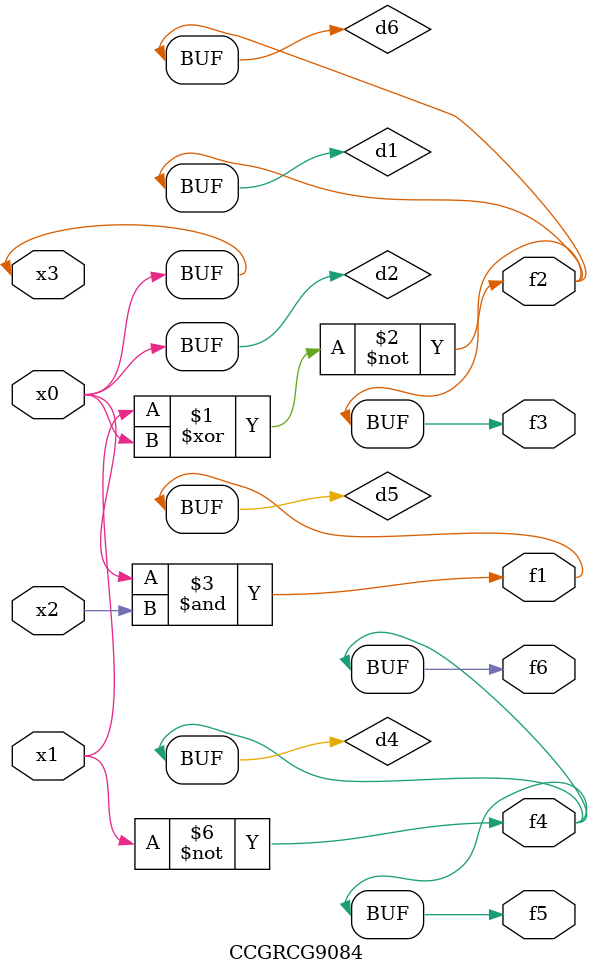
<source format=v>
module CCGRCG9084(
	input x0, x1, x2, x3,
	output f1, f2, f3, f4, f5, f6
);

	wire d1, d2, d3, d4, d5, d6;

	xnor (d1, x1, x3);
	buf (d2, x0, x3);
	nand (d3, x0, x2);
	not (d4, x1);
	nand (d5, d3);
	or (d6, d1);
	assign f1 = d5;
	assign f2 = d6;
	assign f3 = d6;
	assign f4 = d4;
	assign f5 = d4;
	assign f6 = d4;
endmodule

</source>
